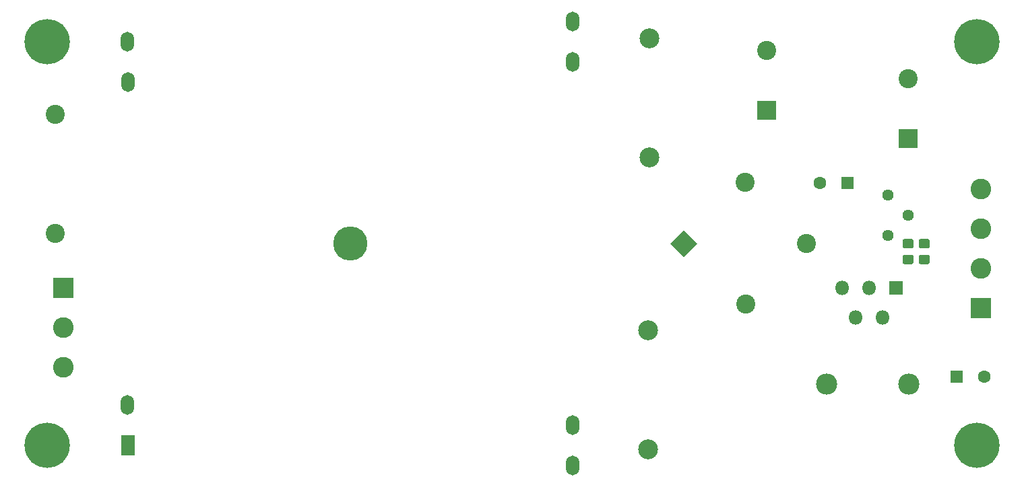
<source format=gbs>
G04 #@! TF.GenerationSoftware,KiCad,Pcbnew,(5.1.9)-1*
G04 #@! TF.CreationDate,2021-06-30T23:09:52-04:00*
G04 #@! TF.ProjectId,C64PowerSupply,43363450-6f77-4657-9253-7570706c792e,A*
G04 #@! TF.SameCoordinates,Original*
G04 #@! TF.FileFunction,Soldermask,Bot*
G04 #@! TF.FilePolarity,Negative*
%FSLAX46Y46*%
G04 Gerber Fmt 4.6, Leading zero omitted, Abs format (unit mm)*
G04 Created by KiCad (PCBNEW (5.1.9)-1) date 2021-06-30 23:09:52*
%MOMM*%
%LPD*%
G01*
G04 APERTURE LIST*
%ADD10C,2.600000*%
%ADD11R,2.600000X2.600000*%
%ADD12C,1.440000*%
%ADD13C,2.500000*%
%ADD14C,2.667000*%
%ADD15C,5.700000*%
%ADD16C,2.400000*%
%ADD17C,0.100000*%
%ADD18C,1.600000*%
%ADD19R,1.600000X1.600000*%
%ADD20O,1.800000X1.800000*%
%ADD21R,1.800000X1.800000*%
%ADD22R,2.400000X2.400000*%
%ADD23C,4.300000*%
%ADD24R,1.700000X2.500000*%
%ADD25O,1.700000X2.500000*%
G04 APERTURE END LIST*
D10*
X191008000Y-89648000D03*
X191008000Y-94648000D03*
X191008000Y-99648000D03*
D11*
X191008000Y-104648000D03*
D10*
X75692000Y-112108000D03*
X75692000Y-107108000D03*
D11*
X75692000Y-102108000D03*
D12*
X179324000Y-95504000D03*
X181864000Y-92964000D03*
X179324000Y-90424000D03*
D13*
X149352000Y-70725000D03*
X149352000Y-85725000D03*
X149225000Y-107428000D03*
X149225000Y-122428000D03*
D14*
X171640500Y-114198400D03*
X181927500Y-114198400D03*
D15*
X73660000Y-121920000D03*
X190500000Y-121920000D03*
X190500000Y-71120000D03*
X73660000Y-71120000D03*
D16*
X161448175Y-104156753D03*
D17*
G36*
X153670000Y-94822944D02*
G01*
X155367056Y-96520000D01*
X153670000Y-98217056D01*
X151972944Y-96520000D01*
X153670000Y-94822944D01*
G37*
D16*
X161377464Y-88812536D03*
X169084928Y-96520000D03*
G36*
G01*
X184346001Y-97136000D02*
X183445999Y-97136000D01*
G75*
G02*
X183196000Y-96886001I0J249999D01*
G01*
X183196000Y-96185999D01*
G75*
G02*
X183445999Y-95936000I249999J0D01*
G01*
X184346001Y-95936000D01*
G75*
G02*
X184596000Y-96185999I0J-249999D01*
G01*
X184596000Y-96886001D01*
G75*
G02*
X184346001Y-97136000I-249999J0D01*
G01*
G37*
G36*
G01*
X184346001Y-99136000D02*
X183445999Y-99136000D01*
G75*
G02*
X183196000Y-98886001I0J249999D01*
G01*
X183196000Y-98185999D01*
G75*
G02*
X183445999Y-97936000I249999J0D01*
G01*
X184346001Y-97936000D01*
G75*
G02*
X184596000Y-98185999I0J-249999D01*
G01*
X184596000Y-98886001D01*
G75*
G02*
X184346001Y-99136000I-249999J0D01*
G01*
G37*
G36*
G01*
X181413999Y-97936000D02*
X182314001Y-97936000D01*
G75*
G02*
X182564000Y-98185999I0J-249999D01*
G01*
X182564000Y-98886001D01*
G75*
G02*
X182314001Y-99136000I-249999J0D01*
G01*
X181413999Y-99136000D01*
G75*
G02*
X181164000Y-98886001I0J249999D01*
G01*
X181164000Y-98185999D01*
G75*
G02*
X181413999Y-97936000I249999J0D01*
G01*
G37*
G36*
G01*
X181413999Y-95936000D02*
X182314001Y-95936000D01*
G75*
G02*
X182564000Y-96185999I0J-249999D01*
G01*
X182564000Y-96886001D01*
G75*
G02*
X182314001Y-97136000I-249999J0D01*
G01*
X181413999Y-97136000D01*
G75*
G02*
X181164000Y-96886001I0J249999D01*
G01*
X181164000Y-96185999D01*
G75*
G02*
X181413999Y-95936000I249999J0D01*
G01*
G37*
D18*
X191460000Y-113284000D03*
D19*
X187960000Y-113284000D03*
D20*
X173540000Y-102108000D03*
X175240000Y-105808000D03*
X176940000Y-102108000D03*
X178640000Y-105808000D03*
D21*
X180340000Y-102108000D03*
D18*
X170744000Y-88900000D03*
D19*
X174244000Y-88900000D03*
D16*
X181864000Y-75812000D03*
D22*
X181864000Y-83312000D03*
D16*
X164084000Y-72256000D03*
D22*
X164084000Y-79756000D03*
D16*
X74676000Y-80250000D03*
X74676000Y-95250000D03*
D23*
X111760000Y-96520000D03*
D24*
X83820000Y-121920000D03*
D25*
X83790000Y-116840000D03*
X83790000Y-71120000D03*
X139700000Y-68580000D03*
X139700000Y-73660000D03*
X139700000Y-119380000D03*
X139730000Y-124460000D03*
X83820000Y-76200000D03*
M02*

</source>
